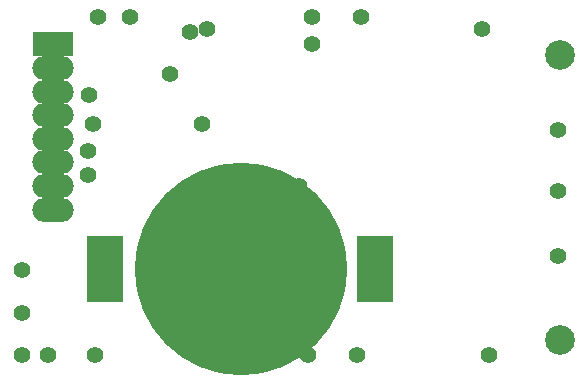
<source format=gbs>
G04 (created by PCBNEW-RS274X (2011-11-27 BZR 3249)-stable) date 15/08/2012 9:50:50 p.m.*
G01*
G70*
G90*
%MOIN*%
G04 Gerber Fmt 3.4, Leading zero omitted, Abs format*
%FSLAX34Y34*%
G04 APERTURE LIST*
%ADD10C,0.006000*%
%ADD11R,0.120000X0.220800*%
%ADD12C,0.708600*%
%ADD13C,0.098700*%
%ADD14O,0.138100X0.079100*%
%ADD15R,0.138100X0.079100*%
%ADD16C,0.055000*%
G04 APERTURE END LIST*
G54D10*
G54D11*
X22874Y-28622D03*
X31890Y-28622D03*
G54D12*
X27402Y-28622D03*
G54D13*
X38032Y-31019D03*
X38032Y-21491D03*
G54D14*
X21126Y-22725D03*
X21126Y-21938D03*
G54D15*
X21126Y-21150D03*
G54D14*
X21126Y-23512D03*
X21126Y-24300D03*
X21126Y-25087D03*
X21126Y-25874D03*
X21126Y-26661D03*
G54D16*
X26110Y-23799D03*
X29764Y-21142D03*
X26260Y-20630D03*
X22319Y-25500D03*
X22472Y-23811D03*
X22350Y-22846D03*
X22303Y-24720D03*
X20984Y-31495D03*
X20118Y-31496D03*
X25709Y-20748D03*
X20118Y-28661D03*
X29330Y-25866D03*
X29409Y-28464D03*
X22559Y-31495D03*
X29645Y-31495D03*
X37992Y-24015D03*
X31260Y-31495D03*
X37992Y-28188D03*
X20118Y-30118D03*
X37992Y-26023D03*
X31417Y-20236D03*
X35669Y-31495D03*
X22638Y-20236D03*
X29764Y-20236D03*
X23701Y-20236D03*
X35433Y-20629D03*
X25039Y-22126D03*
M02*

</source>
